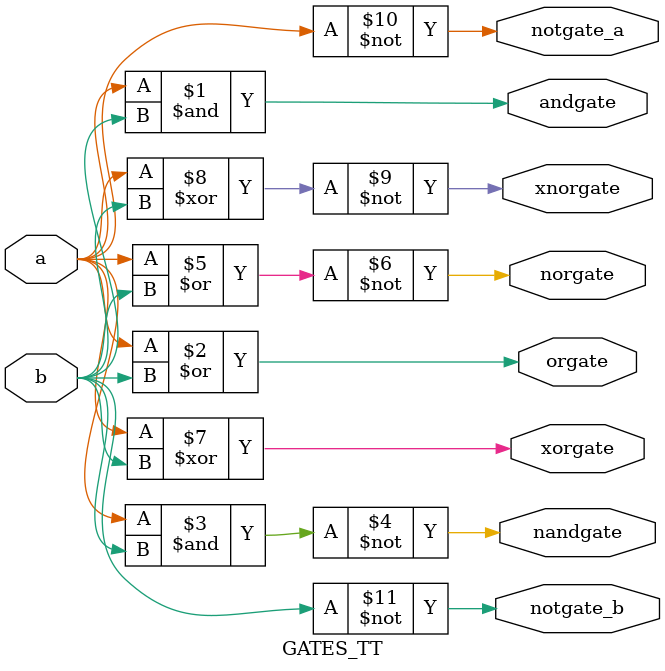
<source format=v>
module GATES_TT(a,b,notgate_a,notgate_b,andgate,orgate,nandgate,norgate,xorgate,xnorgate);
    input a,b;
    output notgate_a, notgate_b, andgate,orgate,nandgate,norgate,xorgate,xnorgate;

    // AND Gate
    and(andgate, a, b);

    // OR Gate
    or(orgate, a, b);

    // NOT Gate (for 'a')
    not(notgate_a, a); 

    // NOT Gate (for 'b' )
    not(notgate_b, b); 

    // NAND Gate
    nand(nandgate, a, b);

    // NOR Gate
    nor(norgate, a, b);

    // XOR Gate
    xor(xorgate, a, b);

    // XNOR Gate
    xnor(xnorgate, a, b);

endmodule

</source>
